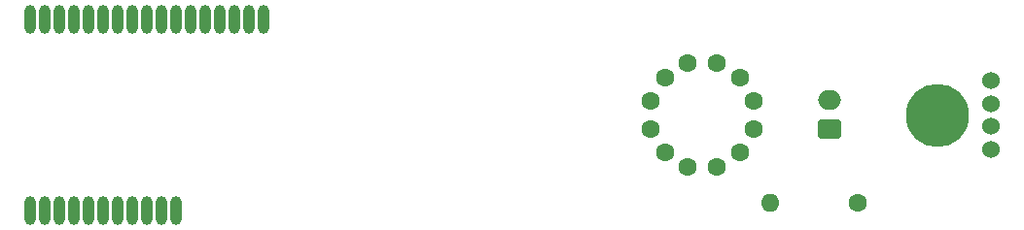
<source format=gbr>
%TF.GenerationSoftware,KiCad,Pcbnew,8.0.3*%
%TF.CreationDate,2024-07-12T14:10:18+09:00*%
%TF.ProjectId,Unit-LD8035E,556e6974-2d4c-4443-9830-3335452e6b69,rev?*%
%TF.SameCoordinates,Original*%
%TF.FileFunction,Soldermask,Bot*%
%TF.FilePolarity,Negative*%
%FSLAX46Y46*%
G04 Gerber Fmt 4.6, Leading zero omitted, Abs format (unit mm)*
G04 Created by KiCad (PCBNEW 8.0.3) date 2024-07-12 14:10:18*
%MOMM*%
%LPD*%
G01*
G04 APERTURE LIST*
G04 Aperture macros list*
%AMRoundRect*
0 Rectangle with rounded corners*
0 $1 Rounding radius*
0 $2 $3 $4 $5 $6 $7 $8 $9 X,Y pos of 4 corners*
0 Add a 4 corners polygon primitive as box body*
4,1,4,$2,$3,$4,$5,$6,$7,$8,$9,$2,$3,0*
0 Add four circle primitives for the rounded corners*
1,1,$1+$1,$2,$3*
1,1,$1+$1,$4,$5*
1,1,$1+$1,$6,$7*
1,1,$1+$1,$8,$9*
0 Add four rect primitives between the rounded corners*
20,1,$1+$1,$2,$3,$4,$5,0*
20,1,$1+$1,$4,$5,$6,$7,0*
20,1,$1+$1,$6,$7,$8,$9,0*
20,1,$1+$1,$8,$9,$2,$3,0*%
G04 Aperture macros list end*
%ADD10C,1.600000*%
%ADD11RoundRect,0.500000X-0.008000X0.750000X-0.008000X-0.750000X0.008000X-0.750000X0.008000X0.750000X0*%
%ADD12RoundRect,0.500000X0.008000X-0.750000X0.008000X0.750000X-0.008000X0.750000X-0.008000X-0.750000X0*%
%ADD13O,1.600000X1.600000*%
%ADD14RoundRect,0.250000X0.750000X-0.600000X0.750000X0.600000X-0.750000X0.600000X-0.750000X-0.600000X0*%
%ADD15O,2.000000X1.700000*%
%ADD16C,1.524000*%
%ADD17C,5.500000*%
G04 APERTURE END LIST*
D10*
%TO.C,V1*%
X137050000Y-96875000D03*
X138300000Y-98875000D03*
X140300000Y-100125000D03*
X142800000Y-100125000D03*
X144800000Y-98875000D03*
X146050000Y-96875000D03*
X146050000Y-94375000D03*
X144800000Y-92375000D03*
X142800000Y-91125000D03*
X140300000Y-91125000D03*
X138300000Y-92375000D03*
X137050000Y-94375000D03*
%TD*%
D11*
%TO.C,U3*%
X103360000Y-87285000D03*
X102090000Y-87285000D03*
X100820000Y-87285000D03*
X99550000Y-87285000D03*
X98280000Y-87285000D03*
X97010000Y-87285000D03*
X95740000Y-87285000D03*
X94470000Y-87285000D03*
X93200000Y-87285000D03*
X91930000Y-87285000D03*
X90660000Y-87285000D03*
X89390000Y-87285000D03*
X88120000Y-87285000D03*
X86850000Y-87285000D03*
X85580000Y-87285000D03*
X84310000Y-87285000D03*
X83040000Y-87285000D03*
D12*
X83040000Y-103925000D03*
X84310000Y-103925000D03*
X85580000Y-103925000D03*
X86850000Y-103925000D03*
X88120000Y-103925000D03*
X89390000Y-103925000D03*
X90660000Y-103925000D03*
X91930000Y-103925000D03*
X93200000Y-103925000D03*
X94470000Y-103925000D03*
X95740000Y-103925000D03*
%TD*%
D10*
%TO.C,R1*%
X155067000Y-103251000D03*
D13*
X147447000Y-103251000D03*
%TD*%
D14*
%TO.C,J2*%
X152637000Y-96850000D03*
D15*
X152637000Y-94350000D03*
%TD*%
D16*
%TO.C,J1*%
X166725000Y-98625000D03*
X166725000Y-96625000D03*
X166725000Y-94625000D03*
X166725000Y-92625000D03*
%TD*%
D17*
%TO.C,H1*%
X162052000Y-95631000D03*
%TD*%
M02*

</source>
